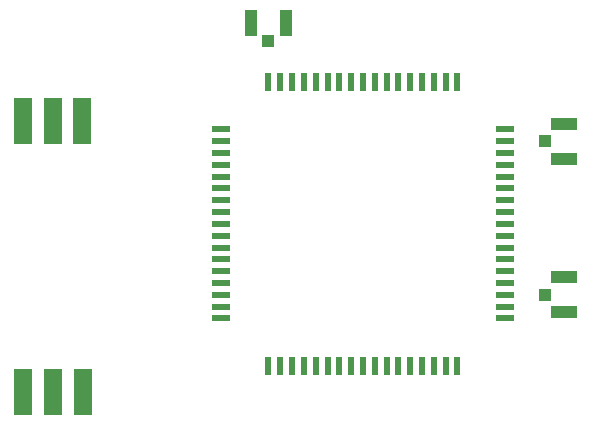
<source format=gbr>
G04 #@! TF.GenerationSoftware,KiCad,Pcbnew,(5.99.0-9519-ga70106a3bd)*
G04 #@! TF.CreationDate,2021-03-11T21:55:01+03:00*
G04 #@! TF.ProjectId,UnderControl,556e6465-7243-46f6-9e74-726f6c2e6b69,rev?*
G04 #@! TF.SameCoordinates,Original*
G04 #@! TF.FileFunction,Paste,Bot*
G04 #@! TF.FilePolarity,Positive*
%FSLAX46Y46*%
G04 Gerber Fmt 4.6, Leading zero omitted, Abs format (unit mm)*
G04 Created by KiCad (PCBNEW (5.99.0-9519-ga70106a3bd)) date 2021-03-11 21:55:01*
%MOMM*%
%LPD*%
G01*
G04 APERTURE LIST*
%ADD10R,1.500000X4.000000*%
%ADD11R,2.250000X1.100000*%
%ADD12R,1.100000X1.050000*%
%ADD13R,1.100000X2.250000*%
%ADD14R,1.050000X1.100000*%
%ADD15R,0.600000X1.600000*%
%ADD16R,1.600000X0.600000*%
G04 APERTURE END LIST*
D10*
X39210000Y-146250000D03*
X41750000Y-146250000D03*
X44290000Y-146250000D03*
X39210000Y-123250000D03*
X41750000Y-123250000D03*
X44250000Y-123250000D03*
D11*
X85000000Y-126475000D03*
X85000000Y-123525000D03*
D12*
X83450000Y-125000000D03*
D13*
X61475000Y-115000000D03*
X58525000Y-115000000D03*
D14*
X60000000Y-116550000D03*
D11*
X85000000Y-139475000D03*
X85000000Y-136525000D03*
D12*
X83450000Y-138000000D03*
D15*
X76000000Y-144000000D03*
X75000000Y-144000000D03*
X74000000Y-144000000D03*
X73000000Y-144000000D03*
X72000000Y-144000000D03*
X71000000Y-144000000D03*
X70000000Y-144000000D03*
X69000000Y-144000000D03*
X68000000Y-144000000D03*
X67000000Y-144000000D03*
X66000000Y-144000000D03*
X65000000Y-144000000D03*
X64000000Y-144000000D03*
X63000000Y-144000000D03*
X62000000Y-144000000D03*
X61000000Y-144000000D03*
X60000000Y-144000000D03*
D16*
X56000000Y-140000000D03*
X56000000Y-139000000D03*
X56000000Y-138000000D03*
X56000000Y-137000000D03*
X56000000Y-136000000D03*
X56000000Y-135000000D03*
X56000000Y-134000000D03*
X56000000Y-133000000D03*
X56000000Y-132000000D03*
X56000000Y-131000000D03*
X56000000Y-130000000D03*
X56000000Y-129000000D03*
X56000000Y-128000000D03*
X56000000Y-127000000D03*
X56000000Y-126000000D03*
X56000000Y-125000000D03*
X56000000Y-124000000D03*
D15*
X60000000Y-120000000D03*
X61000000Y-120000000D03*
X62000000Y-120000000D03*
X63000000Y-120000000D03*
X64000000Y-120000000D03*
X65000000Y-120000000D03*
X66000000Y-120000000D03*
X67000000Y-120000000D03*
X68000000Y-120000000D03*
X69000000Y-120000000D03*
X70000000Y-120000000D03*
X71000000Y-120000000D03*
X72000000Y-120000000D03*
X73000000Y-120000000D03*
X74000000Y-120000000D03*
X75000000Y-120000000D03*
X76000000Y-120000000D03*
D16*
X80000000Y-124000000D03*
X80000000Y-125000000D03*
X80000000Y-126000000D03*
X80000000Y-127000000D03*
X80000000Y-128000000D03*
X80000000Y-129000000D03*
X80000000Y-130000000D03*
X80000000Y-131000000D03*
X80000000Y-132000000D03*
X80000000Y-133000000D03*
X80000000Y-134000000D03*
X80000000Y-135000000D03*
X80000000Y-136000000D03*
X80000000Y-137000000D03*
X80000000Y-138000000D03*
X80000000Y-139000000D03*
X80000000Y-140000000D03*
M02*

</source>
